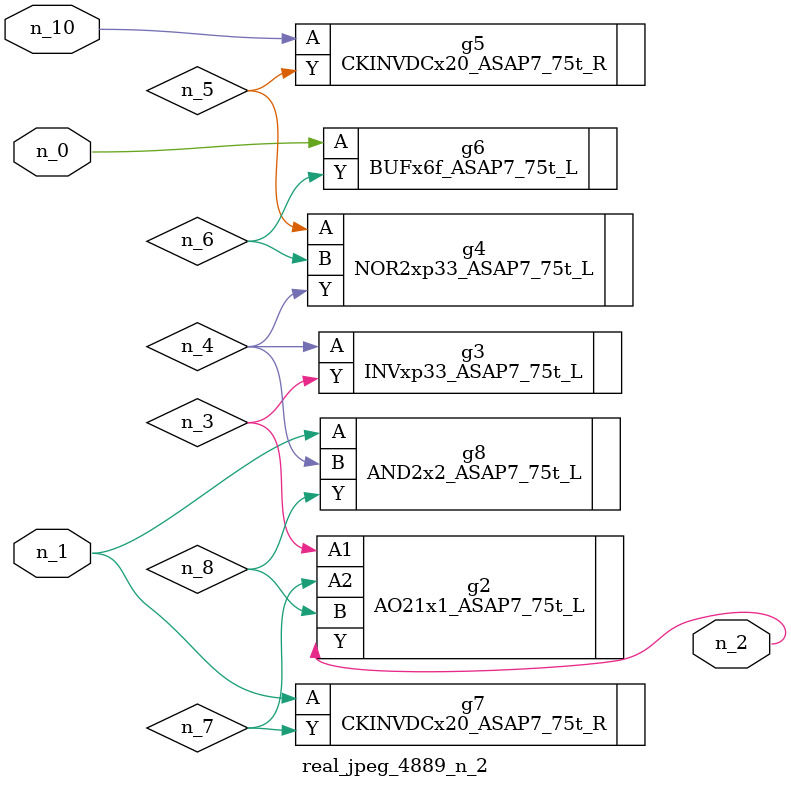
<source format=v>
module real_jpeg_4889_n_2 (n_1, n_10, n_0, n_2);

input n_1;
input n_10;
input n_0;

output n_2;

wire n_5;
wire n_4;
wire n_8;
wire n_6;
wire n_7;
wire n_3;

BUFx6f_ASAP7_75t_L g6 ( 
.A(n_0),
.Y(n_6)
);

CKINVDCx20_ASAP7_75t_R g7 ( 
.A(n_1),
.Y(n_7)
);

AND2x2_ASAP7_75t_L g8 ( 
.A(n_1),
.B(n_4),
.Y(n_8)
);

AO21x1_ASAP7_75t_L g2 ( 
.A1(n_3),
.A2(n_7),
.B(n_8),
.Y(n_2)
);

INVxp33_ASAP7_75t_L g3 ( 
.A(n_4),
.Y(n_3)
);

NOR2xp33_ASAP7_75t_L g4 ( 
.A(n_5),
.B(n_6),
.Y(n_4)
);

CKINVDCx20_ASAP7_75t_R g5 ( 
.A(n_10),
.Y(n_5)
);


endmodule
</source>
